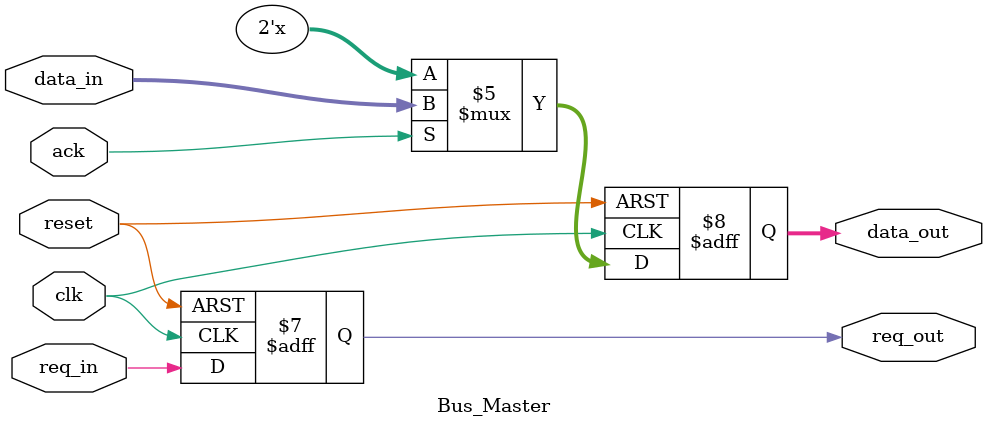
<source format=v>
`timescale 1ns / 1ps


module Bus_Master
(
   input clk,
   input reset,
   input req_in,
   input ack,
   input [1:0] data_in,
   output reg req_out,
   output reg [1:0] data_out
);

always@(posedge clk, posedge reset) begin
        if (reset) begin
            data_out <= 2'b0;
            req_out  <= 1'b0;
        end
        else if (ack) begin
            data_out <= data_in; 
            req_out  <= req_in;
        end  
        else begin
            data_out <= 2'bz;
            req_out  <= req_in;
        end
    end 
endmodule

</source>
